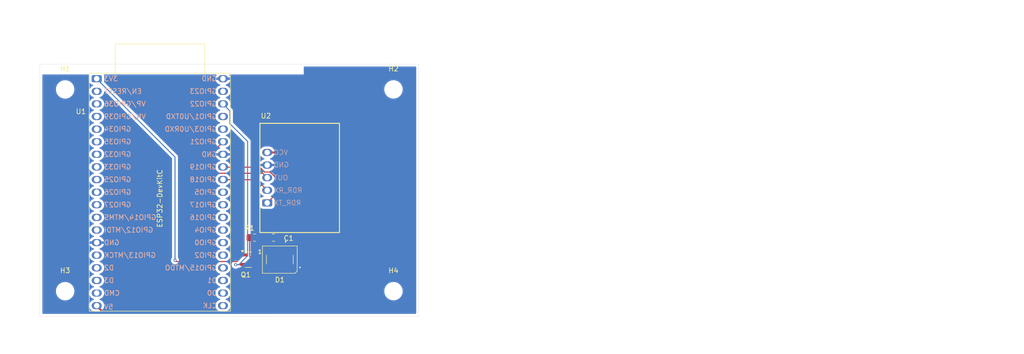
<source format=kicad_pcb>
(kicad_pcb (version 20241229) (generator "pcbnew") (generator_version "9.0")
  (layers (0 "F.Cu" signal) (2 "B.Cu" signal) (13 "F.Paste" user) (15 "B.Paste" user) (5 "F.SilkS" user "F.Silkscreen") (7 "B.SilkS" user "B.Silkscreen") (1 "F.Mask" user) (3 "B.Mask" user) (25 "Edge.Cuts" user))
  (net 0 "")
  (net 1 "Net-(D1-DIN)")
  (net 2 "+5V")
  (net 4 "GND")
  (net 22 "/RDR_RX")
  (net 32 "/OUT")
  (net 33 "/RDR_TX")
  (net 37 "+3.3V")
  (net 38 "Net-(Q1-S)")
  (footprint "Capacitor_SMD:C_0805_2012Metric_Pad1.18x1.45mm_HandSolder" (layer "F.Cu") (at 121.99 111.625)
    (property "Reference" "C1" (at 3.048 0.127 0) (layer "F.SilkS"))
    (property "Value" "0.1u")
    (fp_line (start -0.261252 -0.735) (end 0.261252 -0.735) (stroke (width 0.12)) (layer "F.SilkS"))
    (fp_line (start -0.261252 0.735) (end 0.261252 0.735) (stroke (width 0.12)) (layer "F.SilkS"))
    (pad "1" smd roundrect (at -1.0375 0) (size 1.175 1.45) (layers "F.Cu" "F.Mask" "F.Paste") (roundrect_rratio 0.212766) (net 2 "+5V"))
    (pad "2" smd roundrect (at 1.0375 0) (size 1.175 1.45) (layers "F.Cu" "F.Mask" "F.Paste") (roundrect_rratio 0.212766) (net 4 "GND"))
  )
  (footprint "MountingHole:MountingHole_3.2mm_M3" (layer "F.Cu") (at 80.08 81.78)
    (property "Reference" "H1" (at 0 -4.15 0) (layer "F.SilkS"))
    (property "Value" "MountingHole")
    (pad "" np_thru_hole circle (at 0 0) (size 3.2 3.2) (drill 3.2) (layers "*.Cu" "*.Mask"))
  )
  (footprint "ESP32-DevkitC-32:ESP32-DevKitC" (layer "F.Cu") (at 86.43 79.621)
    (property "Reference" "U1" (at -3.175 6.604 0) (layer "F.SilkS"))
    (property "Value" "ESP32-DevKitC" (at 12.7 24.13 90) (layer "F.SilkS"))
    (fp_line (start -1.5 46.82) (end 26.899999 46.82) (stroke (width 0.12)) (layer "F.SilkS"))
    (fp_line (start -1.499999 -1.1) (end -1.5 46.82) (stroke (width 0.12)) (layer "F.SilkS"))
    (fp_line (start 3.73012 -7.01312) (end 21.71332 -7.01312) (stroke (width 0.12)) (layer "F.SilkS"))
    (fp_line (start 3.73012 -1.12032) (end 3.73012 -7.01312) (stroke (width 0.12)) (layer "F.SilkS"))
    (fp_line (start 21.71332 -7.01312) (end 21.71332 -1.12032) (stroke (width 0.12)) (layer "F.SilkS"))
    (fp_line (start 26.899999 46.82) (end 26.9 -1.1) (stroke (width 0.12)) (layer "F.SilkS"))
    (fp_line (start 26.9 -1.1) (end -1.499999 -1.1) (stroke (width 0.12)) (layer "F.SilkS"))
    (fp_text user "GPIO23" (at 24.257 2.54 0) (layer "B.SilkS") (effects (justify left mirror)))
    (fp_text user "D0" (at 24.257 43.18 0) (layer "B.SilkS") (effects (justify left mirror)))
    (fp_text user "GND" (at 1.397 33.02 0) (layer "B.SilkS") (effects (justify right mirror)))
    (fp_text user "GND" (at 24.257 15.24 0) (layer "B.SilkS") (effects (justify left mirror)))
    (fp_text user "GPIO14/MTMS" (at 1.397 27.94 0) (layer "B.SilkS") (effects (justify right mirror)))
    (fp_text user "VP/GPIO36" (at 1.397 5.08 0) (layer "B.SilkS") (effects (font (thickness 0.16) (bold yes)) (justify right mirror)))
    (fp_text user "GPIO18" (at 24.257 20.32 0) (layer "B.SilkS") (effects (justify left mirror)))
    (fp_text user "D3" (at 1.397 40.64 0) (layer "B.SilkS") (effects (justify right mirror)))
    (fp_text user "GPIO34" (at 1.397 10.16 0) (layer "B.SilkS") (effects (justify right mirror)))
    (fp_text user "GPIO26" (at 1.397 22.86 0) (layer "B.SilkS") (effects (justify right mirror)))
    (fp_text user "GND" (at 24.257 0 0) (layer "B.SilkS") (effects (justify left mirror)))
    (fp_text user "GPIO21" (at 24.257 12.7 0) (layer "B.SilkS") (effects (justify left mirror)))
    (fp_text user "GPIO27" (at 1.397 25.4 0) (layer "B.SilkS") (effects (justify right mirror)))
    (fp_text user "GPIO19" (at 24.257 17.78 0) (layer "B.SilkS") (effects (justify left mirror)))
    (fp_text user "CMD" (at 1.397 43.18 0) (layer "B.SilkS") (effects (justify right mirror)))
    (fp_text user "3V3" (at 1.397 0 0) (layer "B.SilkS") (effects (justify right mirror)))
    (fp_text user "GPIO16" (at 24.257 27.94 0) (layer "B.SilkS") (effects (justify left mirror)))
    (fp_text user "GPIO0" (at 24.257 33.02 0) (layer "B.SilkS") (effects (justify left mirror)))
    (fp_text user "GPIO22" (at 24.257 5.08 0) (layer "B.SilkS") (effects (justify left mirror)))
    (fp_text user "GPIO35" (at 1.397 12.7 0) (layer "B.SilkS") (effects (justify right mirror)))
    (fp_text user "GPIO13/MTCK" (at 1.397 35.56 0) (layer "B.SilkS") (effects (justify right mirror)))
    (fp_text user "D1" (at 24.257 40.64 0) (layer "B.SilkS") (effects (justify left mirror)))
    (fp_text user "GPIO32" (at 1.397 15.24 0) (layer "B.SilkS") (effects (justify right mirror)))
    (fp_text user "GPIO4" (at 24.257 30.48 0) (layer "B.SilkS") (effects (justify left mirror)))
    (fp_text user "GPIO5" (at 24.257 22.86 0) (layer "B.SilkS") (effects (justify left mirror)))
    (fp_text user "VN/GPIO39" (at 1.397 7.62 0) (layer "B.SilkS") (effects (justify right mirror)))
    (fp_text user "5V" (at 1.397 45.97128 0) (layer "B.SilkS") (effects (justify right mirror)))
    (fp_text user "GPIO2" (at 24.257 35.56 0) (layer "B.SilkS") (effects (justify left mirror)))
    (fp_text user "GPIO25" (at 1.397 20.32 0) (layer "B.SilkS") (effects (justify right mirror)))
    (fp_text user "GPIO1/U0TXD" (at 24.257 7.62 0) (layer "B.SilkS") (effects (justify left mirror)))
    (fp_text user "CLK" (at 24.257 45.72 0) (layer "B.SilkS") (effects (justify left mirror)))
    (fp_text user "GPIO12/MTDI" (at 1.397 30.48 0) (layer "B.SilkS") (effects (justify right mirror)))
    (fp_text user "GPIO17" (at 24.257 25.4 0) (layer "B.SilkS") (effects (justify left mirror)))
    (fp_text user "GPIO15/MTDO" (at 24.257 38.1 0) (layer "B.SilkS") (effects (justify left mirror)))
    (fp_text user "GPIO33" (at 1.397 17.78 0) (layer "B.SilkS") (effects (justify right mirror)))
    (fp_text user "GPIO3/U0RXD" (at 24.257 10.16 0) (layer "B.SilkS") (effects (justify left mirror)))
    (fp_text user "EN/RESET" (at 1.397 2.54 0) (layer "B.SilkS") (effects (justify right mirror)))
    (fp_text user "D2" (at 1.397 38.1 0) (layer "B.SilkS") (effects (justify right mirror)))
    (pad "1" thru_hole roundrect (at 0 0 270) (size 1.4 2) (drill 1.1) (layers "*.Cu" "*.Mask") (roundrect_rratio 0.1785714286) (net 37 "+3.3V"))
    (pad "2" thru_hole oval (at 0 2.54 270) (size 1.4 2) (drill 1.1) (layers "*.Cu" "*.Mask"))
    (pad "3" thru_hole oval (at 0 5.08 270) (size 1.4 2) (drill 1.1) (layers "*.Cu" "*.Mask"))
    (pad "4" thru_hole oval (at 0 7.62 270) (size 1.4 2) (drill 1.1) (layers "*.Cu" "*.Mask"))
    (pad "5" thru_hole oval (at 0 10.16 270) (size 1.4 2) (drill 1.1) (layers "*.Cu" "*.Mask"))
    (pad "6" thru_hole oval (at 0 12.7 270) (size 1.4 2) (drill 1.1) (layers "*.Cu" "*.Mask"))
    (pad "7" thru_hole oval (at 0 15.24 270) (size 1.4 2) (drill 1.1) (layers "*.Cu" "*.Mask"))
    (pad "8" thru_hole oval (at 0 17.78 270) (size 1.4 2) (drill 1.1) (layers "*.Cu" "*.Mask"))
    (pad "9" thru_hole oval (at 0 20.32 270) (size 1.4 2) (drill 1.1) (layers "*.Cu" "*.Mask"))
    (pad "10" thru_hole oval (at 0 22.86 270) (size 1.4 2) (drill 1.1) (layers "*.Cu" "*.Mask"))
    (pad "11" thru_hole oval (at 0 25.4 270) (size 1.4 2) (drill 1.1) (layers "*.Cu" "*.Mask"))
    (pad "12" thru_hole oval (at 0 27.94 270) (size 1.4 2) (drill 1.1) (layers "*.Cu" "*.Mask"))
    (pad "13" thru_hole oval (at 0 30.48 270) (size 1.4 2) (drill 1.1) (layers "*.Cu" "*.Mask"))
    (pad "14" thru_hole oval (at 0 33.02 270) (size 1.4 2) (drill 1.1) (layers "*.Cu" "*.Mask") (net 4 "GND"))
    (pad "15" thru_hole oval (at 0 35.56 270) (size 1.4 2) (drill 1.1) (layers "*.Cu" "*.Mask"))
    (pad "16" thru_hole oval (at 0 38.1 270) (size 1.4 2) (drill 1.1) (layers "*.Cu" "*.Mask"))
    (pad "17" thru_hole oval (at 0 40.64 270) (size 1.4 2) (drill 1.1) (layers "*.Cu" "*.Mask"))
    (pad "18" thru_hole oval (at 0 43.18 270) (size 1.4 2) (drill 1.1) (layers "*.Cu" "*.Mask"))
    (pad "19" thru_hole oval (at 0 45.72 270) (size 1.4 2) (drill 1.1) (layers "*.Cu" "*.Mask") (net 2 "+5V"))
    (pad "20" thru_hole oval (at 25.39632 45.71728 270) (size 1.4 2) (drill 1.1) (layers "*.Cu" "*.Mask"))
    (pad "21" thru_hole oval (at 25.39632 43.17728 270) (size 1.4 2) (drill 1.1) (layers "*.Cu" "*.Mask"))
    (pad "22" thru_hole oval (at 25.4 40.64 270) (size 1.4 2) (drill 1.1) (layers "*.Cu" "*.Mask"))
    (pad "23" thru_hole oval (at 25.4 38.1 270) (size 1.4 2) (drill 1.1) (layers "*.Cu" "*.Mask"))
    (pad "24" thru_hole oval (at 25.4 35.56 270) (size 1.4 2) (drill 1.1) (layers "*.Cu" "*.Mask"))
    (pad "25" thru_hole oval (at 25.4 33.02 270) (size 1.4 2) (drill 1.1) (layers "*.Cu" "*.Mask"))
    (pad "26" thru_hole oval (at 25.4 30.48 270) (size 1.4 2) (drill 1.1) (layers "*.Cu" "*.Mask"))
    (pad "27" thru_hole oval (at 25.4 27.94 270) (size 1.4 2) (drill 1.1) (layers "*.Cu" "*.Mask"))
    (pad "28" thru_hole oval (at 25.4 25.4 270) (size 1.4 2) (drill 1.1) (layers "*.Cu" "*.Mask"))
    (pad "29" thru_hole oval (at 25.4 22.86 270) (size 1.4 2) (drill 1.1) (layers "*.Cu" "*.Mask"))
    (pad "30" thru_hole oval (at 25.4 20.32 270) (size 1.4 2) (drill 1.1) (layers "*.Cu" "*.Mask") (net 22 "/RDR_RX"))
    (pad "31" thru_hole oval (at 25.4 17.78 270) (size 1.4 2) (drill 1.1) (layers "*.Cu" "*.Mask") (net 33 "/RDR_TX"))
    (pad "32" thru_hole oval (at 25.4 15.24 270) (size 1.4 2) (drill 1.1) (layers "*.Cu" "*.Mask") (net 4 "GND"))
    (pad "33" thru_hole oval (at 25.4 12.7 270) (size 1.4 2) (drill 1.1) (layers "*.Cu" "*.Mask") (net 32 "/OUT"))
    (pad "34" thru_hole oval (at 25.4 10.16 270) (size 1.4 2) (drill 1.1) (layers "*.Cu" "*.Mask"))
    (pad "35" thru_hole oval (at 25.4 7.62 270) (size 1.4 2) (drill 1.1) (layers "*.Cu" "*.Mask"))
    (pad "36" thru_hole oval (at 25.4 5.08 270) (size 1.4 2) (drill 1.1) (layers "*.Cu" "*.Mask") (net 38 "Net-(Q1-S)"))
    (pad "37" thru_hole oval (at 25.4 2.54 270) (size 1.4 2) (drill 1.1) (layers "*.Cu" "*.Mask"))
    (pad "38" thru_hole oval (at 25.4 0 270) (size 1.4 2) (drill 1.1) (layers "*.Cu" "*.Mask") (net 4 "GND"))
    (zone (net 0) (net_name "") (layers "F.Cu" "B.Cu") (connect_pads (clearance 0)) (min_thickness 0.25)
      (keepout (tracks not_allowed) (vias not_allowed) (pads not_allowed) (copperpour not_allowed) (footprints allowed))
      (fill (thermal_gap 0.5) (thermal_bridge_width 0.5))
      (polygon (pts (xy 70.18 63.771) (xy 128.08 63.771) (xy 128.08 78.771) (xy 70.18 78.771)))
    )
  )
  (footprint "LED_SMD:LED_WS2812B_PLCC4_5.0x5.0mm_P3.2mm" (layer "F.Cu") (at 123.26 116.07)
    (property "Reference" "D1" (at 0 4.064 0) (layer "F.SilkS"))
    (property "Value" "WS2812B")
    (fp_line (start -3.5 -2.75) (end -3.5 2.75) (stroke (width 0.12)) (layer "F.SilkS"))
    (fp_line (start -3.5 -2.75) (end 3.5 -2.75) (stroke (width 0.12)) (layer "F.SilkS"))
    (fp_line (start -3.5 2.75) (end 3.05 2.75) (stroke (width 0.12)) (layer "F.SilkS"))
    (fp_line (start -2.7 0.9) (end -2.7 -0.9) (stroke (width 0.12)) (layer "F.SilkS"))
    (fp_line (start 2.7 0.9) (end 2.7 -0.9) (stroke (width 0.12)) (layer "F.SilkS"))
    (fp_line (start 3.05 2.75) (end 3.5 2.3) (stroke (width 0.12)) (layer "F.SilkS"))
    (fp_line (start 3.5 2.3) (end 3.5 -2.75) (stroke (width 0.12)) (layer "F.SilkS"))
    (fp_text user "1" (at -4 -1.6 0) (layer "F.SilkS") (effects (font (size 0.8 0.8))))
    (pad "1" smd roundrect (at -2.45 -1.65) (size 1.5 0.9) (layers "F.Cu" "F.Mask" "F.Paste") (roundrect_rratio 0.1) (net 2 "+5V"))
    (pad "2" smd roundrect (at -2.45 1.65) (size 1.5 0.9) (layers "F.Cu" "F.Mask" "F.Paste") (roundrect_rratio 0.1))
    (pad "3" smd roundrect (at 2.45 1.65) (size 1.5 0.9) (layers "F.Cu" "F.Mask" "F.Paste") (roundrect_rratio 0.1) (net 4 "GND"))
    (pad "4" smd roundrect (at 2.45 -1.65) (size 1.5 0.9) (layers "F.Cu" "F.Mask" "F.Paste") (roundrect_rratio 0.1) (net 1 "Net-(D1-DIN)"))
  )
  (footprint "HLK:LD2410C" (layer "F.Cu") (at 120.72 104.64 90)
    (property "Reference" "U2" (at 17.526 -0.254 0) (layer "F.SilkS"))
    (property "Value" "LD2410C")
    (fp_rect (start -5.971 -1.465) (end 16.029 14.535) (stroke (width 0.2)) (fill no) (layer "F.SilkS"))
    (fp_text user "VCC" (at 10.16 1.27 180) (layer "B.SilkS") (effects (font (thickness 0.1)) (justify right mirror)))
    (fp_text user "RDR_RX" (at 2.54 1.27 180) (layer "B.SilkS") (effects (font (thickness 0.1)) (justify right mirror)))
    (fp_text user "GND" (at 7.666359 1.25156 180) (layer "B.SilkS") (effects (font (thickness 0.1)) (justify right mirror)))
    (fp_text user "OUT" (at 5.08 1.27 180) (layer "B.SilkS") (effects (font (thickness 0.1)) (justify right mirror)))
    (fp_text user "RDR_TX" (at 0 1.27 180) (layer "B.SilkS") (effects (font (thickness 0.1)) (justify right mirror)))
    (pad "1" thru_hole roundrect (at 0 0 90) (size 1.4 2) (drill 1.1) (layers "*.Cu" "*.Mask") (roundrect_rratio 0.1785714286) (net 33 "/RDR_TX"))
    (pad "2" thru_hole oval (at 2.54 0 90) (size 1.4 2) (drill 1.1) (layers "*.Cu" "*.Mask") (net 22 "/RDR_RX"))
    (pad "3" thru_hole oval (at 5.08 0 90) (size 1.4 2) (drill 1.1) (layers "*.Cu" "*.Mask") (net 32 "/OUT"))
    (pad "4" thru_hole oval (at 7.62 0 90) (size 1.4 2) (drill 1.1) (layers "*.Cu" "*.Mask") (net 4 "GND"))
    (pad "5" thru_hole oval (at 10.16 0 90) (size 1.4 2) (drill 1.1) (layers "*.Cu" "*.Mask") (net 2 "+5V"))
  )
  (footprint "Resistor_SMD:R_0805_2012Metric_Pad1.20x1.40mm_HandSolder" (layer "F.Cu") (at 118.18 111.625 180)
    (property "Reference" "R1" (at 1.016 1.905 0) (layer "F.SilkS"))
    (property "Value" "10k")
    (fp_line (start -0.227064 0.735) (end 0.227064 0.735) (stroke (width 0.12)) (layer "F.SilkS"))
    (fp_line (start -0.227064 -0.735) (end 0.227064 -0.735) (stroke (width 0.12)) (layer "F.SilkS"))
    (pad "1" smd roundrect (at -1 0 180) (size 1.2 1.4) (layers "F.Cu" "F.Mask" "F.Paste") (roundrect_rratio 0.208333) (net 2 "+5V"))
    (pad "2" smd roundrect (at 1 0 180) (size 1.2 1.4) (layers "F.Cu" "F.Mask" "F.Paste") (roundrect_rratio 0.208333) (net 1 "Net-(D1-DIN)"))
  )
  (footprint "MountingHole:MountingHole_3.2mm_M3" (layer "F.Cu") (at 80.08 122.42)
    (property "Reference" "H3" (at 0 -4.15 0) (layer "F.SilkS"))
    (property "Value" "MountingHole")
    (pad "" np_thru_hole circle (at 0 0) (size 3.2 3.2) (drill 3.2) (layers "*.Cu" "*.Mask"))
  )
  (footprint "MountingHole:MountingHole_3.2mm_M3" (layer "F.Cu") (at 146.12 122.42)
    (property "Reference" "H4" (at 0 -4.15 0) (layer "F.SilkS"))
    (property "Value" "MountingHole")
    (pad "" np_thru_hole circle (at 0 0) (size 3.2 3.2) (drill 3.2) (layers "*.Cu" "*.Mask"))
  )
  (footprint "MountingHole:MountingHole_3.2mm_M3" (layer "F.Cu") (at 146.12 81.78)
    (property "Reference" "H2" (at 0 -4.15 0) (layer "F.SilkS"))
    (property "Value" "MountingHole")
    (pad "" np_thru_hole circle (at 0 0) (size 3.2 3.2) (drill 3.2) (layers "*.Cu" "*.Mask"))
  )
  (footprint "Package_TO_SOT_SMD:SOT-23" (layer "F.Cu") (at 116.91 116.07)
    (property "Reference" "Q1" (at -0.508 3.048 0) (layer "F.SilkS"))
    (property "Value" "BSS138")
    (fp_line (start 0 -1.56) (end -0.65 -1.56) (stroke (width 0.12)) (layer "F.SilkS"))
    (fp_line (start 0 -1.56) (end 0.65 -1.56) (stroke (width 0.12)) (layer "F.SilkS"))
    (fp_line (start 0 1.56) (end -0.65 1.56) (stroke (width 0.12)) (layer "F.SilkS"))
    (fp_line (start 0 1.56) (end 0.65 1.56) (stroke (width 0.12)) (layer "F.SilkS"))
    (fp_poly (pts (xy -1.1625 -1.51) (xy -1.4025 -1.84) (xy -0.9225 -1.84)) (stroke (width 0.12)) (fill yes) (layer "F.SilkS"))
    (pad "1" smd roundrect (at -0.9375 -0.95) (size 1.475 0.6) (layers "F.Cu" "F.Mask" "F.Paste") (net 37 "+3.3V"))
    (pad "2" smd roundrect (at -0.9375 0.95) (size 1.475 0.6) (layers "F.Cu" "F.Mask" "F.Paste") (net 38 "Net-(Q1-S)"))
    (pad "3" smd roundrect (at 0.9375 0) (size 1.475 0.6) (layers "F.Cu" "F.Mask" "F.Paste") (net 1 "Net-(D1-DIN)"))
  )
  (gr_rect (start 75 76.6746) (end 151.2 127.5) (stroke (width 0.05)) (fill no) (layer "Edge.Cuts"))
  (segment (start 122.59416 109.593) (end 125.71 112.70884) (width 0.2) (layer "F.Cu") (net 1))
  (segment (start 117.8475 116.07) (end 117.18 115.4025) (width 0.2) (layer "F.Cu") (net 1))
  (segment (start 117.18 111.609) (end 119.196 109.593) (width 0.2) (layer "F.Cu") (net 1))
  (segment (start 125.71 112.70884) (end 125.71 114.42) (width 0.2) (layer "F.Cu") (net 1))
  (segment (start 117.18 115.4025) (end 117.18 111.625) (width 0.2) (layer "F.Cu") (net 1))
  (segment (start 117.18 111.625) (end 117.18 111.609) (width 0.2) (layer "F.Cu") (net 1))
  (segment (start 119.196 109.593) (end 122.59416 109.593) (width 0.2) (layer "F.Cu") (net 1))
  (segment (start 122.498 113.276) (end 120.9525 111.7305) (width 0.4) (layer "F.Cu") (net 2))
  (segment (start 122.498 125.341) (end 122.498 116.324) (width 0.4) (layer "F.Cu") (net 2))
  (segment (start 121.101 126.738) (end 122.498 125.341) (width 0.4) (layer "F.Cu") (net 2))
  (segment (start 120.9525 111.7305) (end 120.9525 111.625) (width 0.4) (layer "F.Cu") (net 2))
  (segment (start 87.79144 126.738) (end 121.101 126.738) (width 0.4) (layer "F.Cu") (net 2))
  (segment (start 120.81 114.42) (end 120.81 111.7675) (width 0.4) (layer "F.Cu") (net 2))
  (segment (start 120.72 94.48) (end 123.006 94.48) (width 0.4) (layer "F.Cu") (net 2))
  (segment (start 128.594 100.068) (end 128.594 114.546) (width 0.4) (layer "F.Cu") (net 2))
  (segment (start 127.07 116.07) (end 122.752 116.07) (width 0.4) (layer "F.Cu") (net 2))
  (segment (start 123.006 94.48) (end 128.594 100.068) (width 0.4) (layer "F.Cu") (net 2))
  (segment (start 128.594 114.546) (end 127.07 116.07) (width 0.4) (layer "F.Cu") (net 2))
  (segment (start 122.752 116.07) (end 122.498 116.324) (width 0.4) (layer "F.Cu") (net 2))
  (segment (start 86.43 125.37656) (end 87.79144 126.738) (width 0.4) (layer "F.Cu") (net 2))
  (segment (start 122.498 116.324) (end 122.498 113.276) (width 0.4) (layer "F.Cu") (net 2))
  (segment (start 119.18 111.625) (end 120.9525 111.625) (width 0.4) (layer "F.Cu") (net 2))
  (segment (start 120.81 111.7675) (end 120.9525 111.625) (width 0.4) (layer "F.Cu") (net 2))
  (segment (start 123.5902 111.625) (end 124.4284 112.4632) (width 0.2) (layer "F.Cu") (net 4))
  (segment (start 127.2488 117.72) (end 127.324 117.6448) (width 0.2) (layer "F.Cu") (net 4))
  (segment (start 125.71 117.72) (end 127.2488 117.72) (width 0.2) (layer "F.Cu") (net 4))
  (segment (start 123.0275 111.625) (end 123.5902 111.625) (width 0.2) (layer "F.Cu") (net 4))
  (via (at 127.324 117.6448) (size 0.6) (drill 0.3) (layers "F.Cu" "B.Cu") (net 4))
  (via (at 124.4284 112.4632) (size 0.6) (drill 0.3) (layers "F.Cu" "B.Cu") (net 4))
  (segment (start 118.59656 99.97656) (end 120.72 102.1) (width 0.2) (layer "F.Cu") (net 22))
  (segment (start 111.83 99.97656) (end 118.59656 99.97656) (width 0.2) (layer "F.Cu") (net 22))
  (segment (start 111.83 92.35656) (end 109.417 94.76956) (width 0.2) (layer "F.Cu") (net 32))
  (segment (start 119.831 98.671) (end 120.72 99.56) (width 0.2) (layer "F.Cu") (net 32))
  (segment (start 109.417 98.671) (end 119.831 98.671) (width 0.2) (layer "F.Cu") (net 32))
  (segment (start 109.417 94.76956) (end 109.417 98.671) (width 0.2) (layer "F.Cu") (net 32))
  (segment (start 122.879 102.481) (end 120.72 104.64) (width 0.2) (layer "F.Cu") (net 33))
  (segment (start 120.212 98.417) (end 121.292628 98.417) (width 0.2) (layer "F.Cu") (net 33))
  (segment (start 111.83 97.43656) (end 119.23156 97.43656) (width 0.2) (layer "F.Cu") (net 33))
  (segment (start 119.23156 97.43656) (end 120.212 98.417) (width 0.2) (layer "F.Cu") (net 33))
  (segment (start 121.292628 98.417) (end 122.879 100.003372) (width 0.2) (layer "F.Cu") (net 33))
  (segment (start 122.879 100.003372) (end 122.879 102.481) (width 0.2) (layer "F.Cu") (net 33))
  (segment (start 115.9725 115.12) (end 114.6415 116.451) (width 0.2) (layer "F.Cu") (net 37))
  (segment (start 114.6415 116.451) (end 102.432 116.451) (width 0.2) (layer "F.Cu") (net 37))
  (segment (start 102.432 116.451) (end 102.178 116.197) (width 0.2) (layer "F.Cu") (net 37))
  (via (at 102.178 116.197) (size 0.6) (drill 0.3) (layers "F.Cu" "B.Cu") (net 37))
  (segment (start 102.178 95.40456) (end 102.178 116.197) (width 0.2) (layer "B.Cu") (net 37))
  (segment (start 86.43 79.65656) (end 102.178 95.40456) (width 0.2) (layer "B.Cu") (net 37))
  (segment (start 114.37 117.086) (end 115.9065 117.086) (width 0.2) (layer "F.Cu") (net 38))
  (segment (start 115.9065 117.086) (end 115.9725 117.02) (width 0.2) (layer "F.Cu") (net 38))
  (via (at 114.37 117.086) (size 0.6) (drill 0.3) (layers "F.Cu" "B.Cu") (net 38))
  (segment (start 116.783 92.258628) (end 113.227 88.702628) (width 0.2) (layer "B.Cu") (net 38))
  (segment (start 113.227 88.702628) (end 113.227 86.13356) (width 0.2) (layer "B.Cu") (net 38))
  (segment (start 113.227 86.13356) (end 111.83 84.73656) (width 0.2) (layer "B.Cu") (net 38))
  (segment (start 114.37 117.086) (end 115.005 117.086) (width 0.2) (layer "B.Cu") (net 38))
  (segment (start 116.783 115.308) (end 116.783 92.258628) (width 0.2) (layer "B.Cu") (net 38))
  (segment (start 115.005 117.086) (end 116.783 115.308) (width 0.2) (layer "B.Cu") (net 38))
  (zone (net 4) (net_name "GND") (layer "B.Cu") (name "Ground") (connect_pads (clearance 0.5)) (min_thickness 0.25) (fill yes (thermal_gap 0.5) (thermal_bridge_width 0.5))
    (polygon (pts (xy 75 76.7) (xy 151.2 76.7) (xy 151.2 127.5) (xy 75 127.5)))
  )
)
</source>
